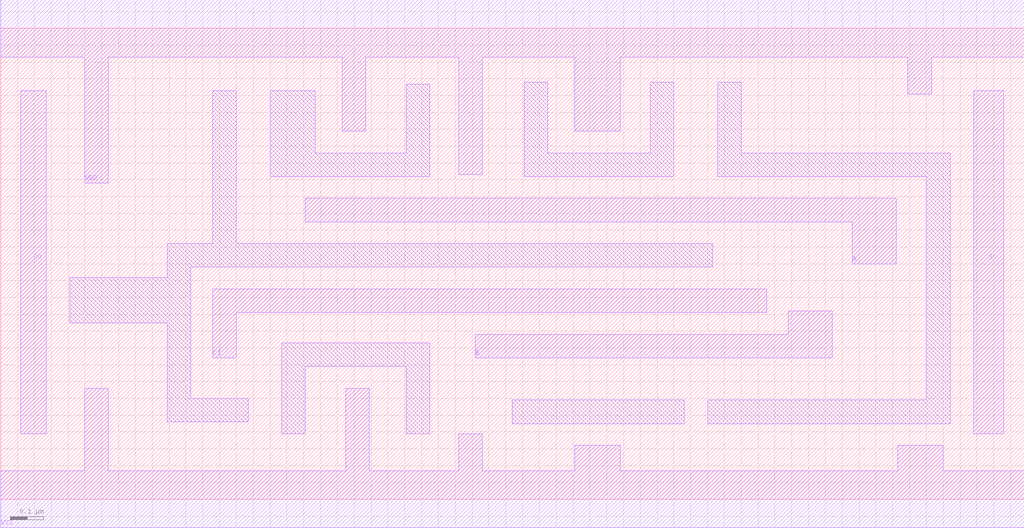
<source format=lef>
# 
# ******************************************************************************
# *                                                                            *
# *                   Copyright (C) 2004-2010, Nangate Inc.                    *
# *                           All rights reserved.                             *
# *                                                                            *
# * Nangate and the Nangate logo are trademarks of Nangate Inc.                *
# *                                                                            *
# * All trademarks, logos, software marks, and trade names (collectively the   *
# * "Marks") in this program are proprietary to Nangate or other respective    *
# * owners that have granted Nangate the right and license to use such Marks.  *
# * You are not permitted to use the Marks without the prior written consent   *
# * of Nangate or such third party that may own the Marks.                     *
# *                                                                            *
# * This file has been provided pursuant to a License Agreement containing     *
# * restrictions on its use. This file contains valuable trade secrets and     *
# * proprietary information of Nangate Inc., and is protected by U.S. and      *
# * international laws and/or treaties.                                        *
# *                                                                            *
# * The copyright notice(s) in this file does not indicate actual or intended  *
# * publication of this file.                                                  *
# *                                                                            *
# *     NGLibraryCreator, v2010.08-HR32-SP3-2010-08-05 - build 1009061800      *
# *                                                                            *
# ******************************************************************************
# 
# 
# Running on brazil06.nangate.com.br for user Giancarlo Franciscatto (gfr).
# Local time is now Fri, 3 Dec 2010, 19:32:18.
# Main process id is 27821.

VERSION 5.6 ;
BUSBITCHARS "[]" ;
DIVIDERCHAR "/" ;

MACRO FA_X1
  CLASS core ;
  FOREIGN FA_X1 0.0 0.0 ;
  ORIGIN 0 0 ;
  SYMMETRY X Y ;
  SITE FreePDK45_38x28_10R_NP_162NW_34O ;
  SIZE 3.04 BY 1.4 ;
  PIN A
    DIRECTION INPUT ;
    ANTENNAPARTIALMETALAREA 0.1391 LAYER metal1 ;
    ANTENNAPARTIALMETALSIDEAREA 0.507 LAYER metal1 ;
    ANTENNAGATEAREA 0.105 ;
    PORT
      LAYER metal1 ;
        POLYGON 0.905 0.825 2.115 0.825 2.53 0.825 2.53 0.7 2.66 0.7 2.66 0.895 2.115 0.895 0.905 0.895  ;
    END
  END A
  PIN B
    DIRECTION INPUT ;
    ANTENNAPARTIALMETALAREA 0.0833 LAYER metal1 ;
    ANTENNAPARTIALMETALSIDEAREA 0.312 LAYER metal1 ;
    ANTENNAGATEAREA 0.105 ;
    PORT
      LAYER metal1 ;
        POLYGON 1.41 0.42 2.03 0.42 2.47 0.42 2.47 0.56 2.34 0.56 2.34 0.49 2.03 0.49 1.41 0.49  ;
    END
  END B
  PIN CI
    DIRECTION INPUT ;
    ANTENNAPARTIALMETALAREA 0.1246 LAYER metal1 ;
    ANTENNAPARTIALMETALSIDEAREA 0.481 LAYER metal1 ;
    ANTENNAGATEAREA 0.07875 ;
    PORT
      LAYER metal1 ;
        POLYGON 0.63 0.42 0.7 0.42 0.7 0.555 1.275 0.555 2.03 0.555 2.275 0.555 2.275 0.625 2.03 0.625 1.275 0.625 0.63 0.625  ;
    END
  END CI
  PIN CO
    DIRECTION OUTPUT ;
    ANTENNAPARTIALMETALAREA 0.0765 LAYER metal1 ;
    ANTENNAPARTIALMETALSIDEAREA 0.2847 LAYER metal1 ;
    ANTENNADIFFAREA 0.109725 ;
    PORT
      LAYER metal1 ;
        POLYGON 0.06 0.195 0.135 0.195 0.135 1.215 0.06 1.215  ;
    END
  END CO
  PIN S
    DIRECTION OUTPUT ;
    ANTENNAPARTIALMETALAREA 0.0918 LAYER metal1 ;
    ANTENNAPARTIALMETALSIDEAREA 0.2886 LAYER metal1 ;
    ANTENNADIFFAREA 0.109725 ;
    PORT
      LAYER metal1 ;
        POLYGON 2.89 0.195 2.98 0.195 2.98 1.215 2.89 1.215  ;
    END
  END S
  PIN VDD
    DIRECTION INOUT ;
    USE power ;
    SHAPE ABUTMENT ;
    PORT
      LAYER metal1 ;
        POLYGON 0 1.315 0.25 1.315 0.25 0.94 0.32 0.94 0.32 1.315 1.015 1.315 1.015 1.095 1.085 1.095 1.085 1.315 1.275 1.315 1.36 1.315 1.36 0.965 1.43 0.965 1.43 1.315 1.705 1.315 1.705 1.095 1.84 1.095 1.84 1.315 2 1.315 2.115 1.315 2.695 1.315 2.695 1.205 2.765 1.205 2.765 1.315 2.82 1.315 3.04 1.315 3.04 1.485 2.82 1.485 2.115 1.485 2 1.485 1.275 1.485 0 1.485  ;
    END
  END VDD
  PIN VSS
    DIRECTION INOUT ;
    USE ground ;
    SHAPE ABUTMENT ;
    PORT
      LAYER metal1 ;
        POLYGON 0 -0.085 3.04 -0.085 3.04 0.085 2.8 0.085 2.8 0.16 2.665 0.16 2.665 0.085 1.84 0.085 1.84 0.16 1.705 0.16 1.705 0.085 1.43 0.085 1.43 0.195 1.36 0.195 1.36 0.085 1.095 0.085 1.095 0.33 1.025 0.33 1.025 0.085 0.32 0.085 0.32 0.33 0.25 0.33 0.25 0.085 0 0.085  ;
    END
  END VSS
  OBS
      LAYER metal1 ;
        POLYGON 0.835 0.195 0.905 0.195 0.905 0.395 1.205 0.395 1.205 0.195 1.275 0.195 1.275 0.465 0.835 0.465  ;
        POLYGON 0.8 0.96 1.275 0.96 1.275 1.235 1.205 1.235 1.205 1.03 0.935 1.03 0.935 1.215 0.8 1.215  ;
        POLYGON 1.555 0.96 2 0.96 2 1.24 1.93 1.24 1.93 1.03 1.625 1.03 1.625 1.24 1.555 1.24  ;
        POLYGON 1.52 0.225 2.03 0.225 2.03 0.295 1.52 0.295  ;
        POLYGON 0.565 0.69 2.115 0.69 2.115 0.76 0.7 0.76 0.7 1.215 0.63 1.215 0.63 0.76 0.495 0.76 0.495 0.66 0.205 0.66 0.205 0.525 0.495 0.525 0.495 0.23 0.735 0.23 0.735 0.3 0.565 0.3  ;
        POLYGON 2.13 0.96 2.75 0.96 2.75 0.295 2.1 0.295 2.1 0.225 2.82 0.225 2.82 1.03 2.2 1.03 2.2 1.24 2.13 1.24  ;
  END
END FA_X1

END LIBRARY
#
# End of file
#

</source>
